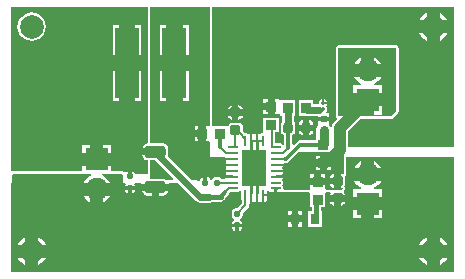
<source format=gtl>
G04*
G04 #@! TF.GenerationSoftware,Altium Limited,Altium Designer,19.1.6 (110)*
G04*
G04 Layer_Physical_Order=1*
G04 Layer_Color=255*
%FSLAX43Y43*%
%MOMM*%
G71*
G01*
G75*
%ADD10C,0.200*%
%ADD11C,0.600*%
%ADD12C,0.250*%
G04:AMPARAMS|DCode=32|XSize=0.9mm|YSize=0.8mm|CornerRadius=0.2mm|HoleSize=0mm|Usage=FLASHONLY|Rotation=0.000|XOffset=0mm|YOffset=0mm|HoleType=Round|Shape=RoundedRectangle|*
%AMROUNDEDRECTD32*
21,1,0.900,0.400,0,0,0.0*
21,1,0.500,0.800,0,0,0.0*
1,1,0.400,0.250,-0.200*
1,1,0.400,-0.250,-0.200*
1,1,0.400,-0.250,0.200*
1,1,0.400,0.250,0.200*
%
%ADD32ROUNDEDRECTD32*%
%ADD33R,0.850X0.900*%
G04:AMPARAMS|DCode=34|XSize=0.5mm|YSize=0.5mm|CornerRadius=0.125mm|HoleSize=0mm|Usage=FLASHONLY|Rotation=270.000|XOffset=0mm|YOffset=0mm|HoleType=Round|Shape=RoundedRectangle|*
%AMROUNDEDRECTD34*
21,1,0.500,0.250,0,0,270.0*
21,1,0.250,0.500,0,0,270.0*
1,1,0.250,-0.125,-0.125*
1,1,0.250,-0.125,0.125*
1,1,0.250,0.125,0.125*
1,1,0.250,0.125,-0.125*
%
%ADD34ROUNDEDRECTD34*%
%ADD35R,0.900X0.850*%
%ADD36R,0.550X0.550*%
G04:AMPARAMS|DCode=37|XSize=0.28mm|YSize=0.3mm|CornerRadius=0.07mm|HoleSize=0mm|Usage=FLASHONLY|Rotation=90.000|XOffset=0mm|YOffset=0mm|HoleType=Round|Shape=RoundedRectangle|*
%AMROUNDEDRECTD37*
21,1,0.280,0.160,0,0,90.0*
21,1,0.140,0.300,0,0,90.0*
1,1,0.140,0.080,0.070*
1,1,0.140,0.080,-0.070*
1,1,0.140,-0.080,-0.070*
1,1,0.140,-0.080,0.070*
%
%ADD37ROUNDEDRECTD37*%
G04:AMPARAMS|DCode=38|XSize=0.9mm|YSize=0.8mm|CornerRadius=0.2mm|HoleSize=0mm|Usage=FLASHONLY|Rotation=90.000|XOffset=0mm|YOffset=0mm|HoleType=Round|Shape=RoundedRectangle|*
%AMROUNDEDRECTD38*
21,1,0.900,0.400,0,0,90.0*
21,1,0.500,0.800,0,0,90.0*
1,1,0.400,0.200,0.250*
1,1,0.400,0.200,-0.250*
1,1,0.400,-0.200,-0.250*
1,1,0.400,-0.200,0.250*
%
%ADD38ROUNDEDRECTD38*%
%ADD39R,2.010X6.000*%
G04:AMPARAMS|DCode=40|XSize=0.5mm|YSize=0.5mm|CornerRadius=0.125mm|HoleSize=0mm|Usage=FLASHONLY|Rotation=0.000|XOffset=0mm|YOffset=0mm|HoleType=Round|Shape=RoundedRectangle|*
%AMROUNDEDRECTD40*
21,1,0.500,0.250,0,0,0.0*
21,1,0.250,0.500,0,0,0.0*
1,1,0.250,0.125,-0.125*
1,1,0.250,-0.125,-0.125*
1,1,0.250,-0.125,0.125*
1,1,0.250,0.125,0.125*
%
%ADD40ROUNDEDRECTD40*%
G04:AMPARAMS|DCode=41|XSize=1.8mm|YSize=1mm|CornerRadius=0.25mm|HoleSize=0mm|Usage=FLASHONLY|Rotation=180.000|XOffset=0mm|YOffset=0mm|HoleType=Round|Shape=RoundedRectangle|*
%AMROUNDEDRECTD41*
21,1,1.800,0.500,0,0,180.0*
21,1,1.300,1.000,0,0,180.0*
1,1,0.500,-0.650,0.250*
1,1,0.500,0.650,0.250*
1,1,0.500,0.650,-0.250*
1,1,0.500,-0.650,-0.250*
%
%ADD41ROUNDEDRECTD41*%
%ADD42R,0.800X0.950*%
%ADD43O,0.900X0.250*%
%ADD44O,0.250X0.900*%
%ADD45R,2.050X3.050*%
%ADD46C,0.400*%
%ADD47C,0.500*%
%ADD48C,0.300*%
%ADD49C,1.000*%
%ADD50C,0.800*%
%ADD51R,1.900X1.900*%
%ADD52C,1.900*%
%ADD53C,2.000*%
%ADD54C,0.600*%
G36*
X82855Y70307D02*
X82448Y69901D01*
X77953D01*
Y75667D01*
X77974Y75717D01*
X82855D01*
Y70307D01*
D02*
G37*
G36*
X87745Y67322D02*
X78786D01*
Y68638D01*
X79844Y69697D01*
X82448D01*
X82526Y69712D01*
X82593Y69757D01*
X82593Y69757D01*
X82999Y70163D01*
X82999Y70163D01*
X83043Y70229D01*
X83059Y70307D01*
Y75717D01*
X83043Y75795D01*
X82999Y75862D01*
X82933Y75906D01*
X82855Y75921D01*
X77974D01*
X77896Y75906D01*
X77829Y75862D01*
X77785Y75795D01*
X77785Y75795D01*
X77764Y75745D01*
X77764Y75745D01*
X77749Y75667D01*
Y69901D01*
X77764Y69823D01*
X77808Y69757D01*
X77817Y69667D01*
X77580Y69430D01*
X77468Y69284D01*
X77398Y69113D01*
X77389Y69045D01*
X77353Y69033D01*
X77258Y69029D01*
X77183Y69141D01*
Y69507D01*
X76708D01*
X76233D01*
Y69141D01*
X76143Y69006D01*
X76096Y68772D01*
Y68126D01*
X76033D01*
Y67858D01*
X74709D01*
X74572Y67830D01*
X74457Y67753D01*
X74197Y67494D01*
X74080Y67542D01*
Y68309D01*
X74211Y68397D01*
X74300Y68530D01*
X74331Y68686D01*
Y69186D01*
X74300Y69342D01*
X74211Y69474D01*
X74207Y69477D01*
Y69962D01*
X74297D01*
Y71262D01*
X73052D01*
X73047Y71262D01*
X72925Y71273D01*
Y71350D01*
X72575D01*
Y70725D01*
Y70100D01*
X72920D01*
X72925Y70100D01*
X73047Y70089D01*
Y69962D01*
X73188D01*
Y69404D01*
X73146Y69342D01*
X73115Y69186D01*
Y68686D01*
X73146Y68530D01*
X73234Y68397D01*
X73366Y68309D01*
Y67519D01*
X73239Y67480D01*
X73204Y67533D01*
X73096Y67605D01*
X72970Y67630D01*
X72620D01*
Y68550D01*
X72925D01*
Y69800D01*
X71625D01*
Y68628D01*
X71603Y68537D01*
X71523Y68490D01*
X71468Y68480D01*
X71360Y68408D01*
X71329D01*
X71221Y68480D01*
X71195Y68485D01*
Y67848D01*
X70995D01*
Y68485D01*
X70968Y68480D01*
X70860Y68408D01*
X70829D01*
X70721Y68480D01*
X70695Y68485D01*
Y67848D01*
X70495D01*
Y68485D01*
X70468Y68480D01*
X70360Y68408D01*
X70329D01*
X70221Y68480D01*
X70095Y68505D01*
X70054Y68497D01*
X69898Y68652D01*
Y68932D01*
X69867Y69088D01*
X69779Y69221D01*
X69646Y69309D01*
X69490Y69340D01*
X68990D01*
X68834Y69309D01*
X68702Y69221D01*
X68670Y69174D01*
X68595Y69078D01*
X67378D01*
X67258Y69168D01*
X67259Y69183D01*
X67258Y69191D01*
X67260Y69200D01*
Y79184D01*
X87745D01*
Y67322D01*
D02*
G37*
G36*
X78435Y65075D02*
X78323Y65015D01*
X78306Y65027D01*
X78165Y65055D01*
Y64450D01*
Y63845D01*
X78224Y63857D01*
X78324Y63795D01*
X78244Y63703D01*
X76983D01*
X76875Y63830D01*
Y64075D01*
X75575D01*
Y63830D01*
X75575Y63750D01*
X75467Y63703D01*
X73379Y63703D01*
X73301Y63798D01*
X73276Y63925D01*
X73260Y63949D01*
X73212Y64048D01*
X73260Y64148D01*
X73276Y64172D01*
X73301Y64298D01*
X73276Y64425D01*
X73204Y64533D01*
Y64564D01*
X73276Y64672D01*
X73281Y64698D01*
X72645D01*
Y64898D01*
X73281D01*
X73276Y64925D01*
X73260Y64949D01*
X73212Y65048D01*
X73260Y65148D01*
X73276Y65172D01*
X73281Y65198D01*
X72645D01*
Y65398D01*
X73281D01*
X73276Y65425D01*
X73204Y65533D01*
Y65564D01*
X73276Y65672D01*
X73281Y65698D01*
X72645D01*
Y65898D01*
X73350D01*
X73401Y65949D01*
X73436Y65942D01*
X73507D01*
X73643Y65969D01*
X73759Y66046D01*
X74566Y66853D01*
X78435Y66853D01*
Y65075D01*
D02*
G37*
G36*
X61823Y67614D02*
X61809D01*
X61633Y67579D01*
X61484Y67479D01*
X61385Y67331D01*
X61360Y67205D01*
X62459D01*
Y66605D01*
X61360D01*
X61385Y66479D01*
X61484Y66331D01*
X61633Y66231D01*
X61809Y66196D01*
X61823D01*
Y65049D01*
X60764D01*
X60756Y65090D01*
X60684Y65198D01*
X60577Y65269D01*
X60490Y65287D01*
Y64838D01*
X60160D01*
Y65287D01*
X60073Y65269D01*
X59966Y65198D01*
X59953Y65178D01*
X59789Y65162D01*
X59758Y65194D01*
X59692Y65238D01*
X59614Y65253D01*
X58756D01*
Y65699D01*
X57506D01*
X56256D01*
Y65253D01*
X50410D01*
X50407Y65253D01*
X50404Y65253D01*
X50382Y65248D01*
X50355Y65255D01*
X50272Y65315D01*
X50255Y65340D01*
Y79184D01*
X61823D01*
Y67614D01*
D02*
G37*
G36*
X67056Y69200D02*
X67045Y69078D01*
X66929Y69078D01*
X66720D01*
Y68428D01*
Y67778D01*
X67045D01*
X67056Y67655D01*
Y66497D01*
X68309D01*
X68330Y66483D01*
X68384Y66398D01*
X69045D01*
Y66198D01*
X68408D01*
X68413Y66172D01*
X68429Y66148D01*
X68478Y66048D01*
X68429Y65949D01*
X68413Y65925D01*
X68408Y65898D01*
X69045D01*
Y65698D01*
X68408D01*
X68413Y65672D01*
X68485Y65564D01*
Y65533D01*
X68413Y65425D01*
X68408Y65398D01*
X69045D01*
Y65198D01*
X68408D01*
X68413Y65172D01*
X68429Y65148D01*
X68478Y65048D01*
X68429Y64949D01*
X68413Y64925D01*
X68408Y64898D01*
X69045D01*
Y64698D01*
X68379D01*
X68317Y64605D01*
X68096D01*
X68059Y64659D01*
X67952Y64731D01*
X67825Y64756D01*
X67575D01*
X67448Y64731D01*
X67341Y64659D01*
X67269Y64552D01*
X67265Y64531D01*
X67135D01*
X67131Y64552D01*
X67059Y64659D01*
X66952Y64731D01*
X66929Y64736D01*
D01*
X66865Y64748D01*
Y64300D01*
X66535D01*
Y64748D01*
X66448Y64731D01*
X66341Y64659D01*
X66269Y64552D01*
X66267Y64541D01*
X66244Y64425D01*
Y64424D01*
X66117Y64389D01*
X65964Y64541D01*
X65543D01*
X63545Y66540D01*
X63567Y66655D01*
Y67155D01*
X63532Y67331D01*
X63433Y67479D01*
X63284Y67579D01*
X63109Y67614D01*
X62027D01*
Y79184D01*
X67056D01*
Y69200D01*
D02*
G37*
G36*
X63984Y64659D02*
X63935Y64541D01*
X63340D01*
X63284Y64579D01*
X63109Y64614D01*
X62027D01*
Y66196D01*
X62446D01*
X63984Y64659D01*
D02*
G37*
G36*
X87745Y62890D02*
Y56694D01*
X50255D01*
Y64299D01*
X50358D01*
X50322Y64957D01*
X50410Y65049D01*
X57048D01*
X57073Y64922D01*
X56876Y64840D01*
X56614Y64640D01*
X56414Y64379D01*
X56381Y64299D01*
X57506D01*
X58631D01*
X58598Y64379D01*
X58398Y64640D01*
X58136Y64840D01*
X57939Y64922D01*
X57964Y65049D01*
X59614D01*
X59792Y64872D01*
X59766Y64846D01*
Y64299D01*
X59893D01*
X59919Y64263D01*
X59949Y64172D01*
X59894Y64090D01*
X59877Y64003D01*
X60773D01*
X60756Y64090D01*
X60701Y64172D01*
X60731Y64263D01*
X60757Y64299D01*
X61278D01*
X61356Y64205D01*
X62459D01*
X63562D01*
X63639Y64299D01*
X64343D01*
X65910Y62733D01*
X66075Y62623D01*
X66270Y62584D01*
X67031D01*
X67226Y62623D01*
X67320Y62686D01*
X67996D01*
X68152Y62717D01*
X68284Y62805D01*
X68373Y62938D01*
X68380Y62973D01*
X68655Y63248D01*
X68732Y63363D01*
X68740Y63405D01*
X68802Y63467D01*
X69370D01*
X69496Y63492D01*
X69604Y63564D01*
X69644Y63624D01*
X69763Y63574D01*
X69763Y63573D01*
Y62923D01*
X69788Y62797D01*
X69789Y62796D01*
Y62492D01*
X69417Y62120D01*
X69268D01*
X69141Y62094D01*
X69033Y62023D01*
X68962Y61915D01*
X68936Y61788D01*
Y61538D01*
X68962Y61411D01*
X69033Y61304D01*
X69141Y61232D01*
X69162Y61228D01*
Y61098D01*
X69141Y61094D01*
X69033Y61023D01*
X68962Y60915D01*
X68944Y60828D01*
X69841D01*
X69824Y60915D01*
X69752Y61023D01*
X69645Y61094D01*
X69624Y61098D01*
Y61228D01*
X69645Y61232D01*
X69752Y61304D01*
X69824Y61411D01*
X69849Y61538D01*
Y61687D01*
X70311Y62149D01*
X70311Y62149D01*
X70377Y62248D01*
X70400Y62365D01*
Y62521D01*
X70495Y62584D01*
Y63248D01*
X70695D01*
Y62612D01*
X70721Y62617D01*
X70829Y62689D01*
X70860D01*
X70968Y62617D01*
X70995Y62612D01*
Y63248D01*
X71195D01*
Y62612D01*
X71221Y62617D01*
X71329Y62689D01*
X71360D01*
X71468Y62617D01*
X71495Y62612D01*
Y63248D01*
X71595D01*
Y63348D01*
X71926D01*
Y63573D01*
X71926Y63574D01*
X72045Y63624D01*
X72085Y63564D01*
X72193Y63492D01*
X72320Y63467D01*
X72545D01*
Y63798D01*
X72745D01*
Y63467D01*
X72970D01*
X73096Y63492D01*
X73121Y63509D01*
X73224Y63554D01*
X73283Y63523D01*
X73293Y63520D01*
X73301Y63515D01*
X73330Y63509D01*
X73359Y63500D01*
X73369Y63501D01*
X73379Y63499D01*
X75467Y63499D01*
X75469Y63500D01*
X75478Y63493D01*
X75554Y63428D01*
X75574Y63394D01*
X75575Y63392D01*
Y62200D01*
X75692D01*
Y61925D01*
X75375D01*
Y60575D01*
X76575D01*
Y61925D01*
X76508D01*
Y62200D01*
X76875D01*
Y63393D01*
X76890Y63422D01*
X76932Y63466D01*
X76981Y63500D01*
X76983Y63499D01*
X77250D01*
X77317Y63372D01*
X77273Y63306D01*
X77255Y63215D01*
X77900D01*
X78545D01*
X78527Y63306D01*
X78438Y63438D01*
X78438Y63439D01*
X78422Y63477D01*
X78423Y63501D01*
X78425Y63600D01*
X78478Y63661D01*
X78486Y63675D01*
X78497Y63687D01*
X78506Y63709D01*
D01*
X78518Y63730D01*
X78520Y63746D01*
X78525Y63761D01*
X78525Y63785D01*
X78528Y63809D01*
X78523Y63825D01*
X78523Y63841D01*
X78513Y63863D01*
X78508Y63881D01*
X78507Y63886D01*
X78497Y63899D01*
X78490Y63913D01*
X78473Y63930D01*
X78458Y63949D01*
X78508Y64066D01*
X78527Y64094D01*
X78558Y64250D01*
Y64299D01*
Y64650D01*
X78527Y64806D01*
X78579Y64931D01*
X78585Y64939D01*
X78593Y64946D01*
X78607Y64972D01*
X78624Y64997D01*
X78626Y65007D01*
X78630Y65016D01*
X78633Y65046D01*
X78639Y65075D01*
Y66421D01*
X87745Y66421D01*
Y62890D01*
D02*
G37*
%LPC*%
G36*
X80991Y74918D02*
Y74342D01*
X81567D01*
X81533Y74423D01*
X81333Y74684D01*
X81072Y74884D01*
X80991Y74918D01*
D02*
G37*
G36*
X79891Y74918D02*
X79811Y74884D01*
X79550Y74684D01*
X79350Y74423D01*
X79316Y74342D01*
X79891D01*
Y74918D01*
D02*
G37*
G36*
X81567Y73242D02*
X80441D01*
X79316D01*
X79350Y73162D01*
X79550Y72901D01*
X79811Y72701D01*
X79886Y72669D01*
X79861Y72542D01*
X79191D01*
Y71842D01*
X80441D01*
X81691D01*
Y72542D01*
X81022D01*
X80997Y72669D01*
X81072Y72701D01*
X81333Y72901D01*
X81533Y73162D01*
X81567Y73242D01*
D02*
G37*
G36*
X81691Y70742D02*
X80991D01*
Y70042D01*
X81691D01*
Y70742D01*
D02*
G37*
G36*
X79891D02*
X79191D01*
Y70042D01*
X79891D01*
Y70742D01*
D02*
G37*
G36*
X86550Y78679D02*
Y78050D01*
X87179D01*
X87136Y78156D01*
X86927Y78427D01*
X86656Y78636D01*
X86550Y78679D01*
D02*
G37*
G36*
X85450D02*
X85344Y78636D01*
X85073Y78427D01*
X84864Y78156D01*
X84821Y78050D01*
X85450D01*
Y78679D01*
D02*
G37*
G36*
X87179Y76950D02*
X86550D01*
Y76321D01*
X86656Y76364D01*
X86927Y76573D01*
X87136Y76844D01*
X87179Y76950D01*
D02*
G37*
G36*
X85450D02*
X84821D01*
X84864Y76844D01*
X85073Y76573D01*
X85344Y76364D01*
X85450Y76321D01*
Y76950D01*
D02*
G37*
G36*
X76757Y71382D02*
Y71140D01*
X77007D01*
X76992Y71216D01*
X76932Y71305D01*
X76843Y71365D01*
X76757Y71382D01*
D02*
G37*
G36*
X71975Y71350D02*
X71625D01*
Y71025D01*
X71975D01*
Y71350D01*
D02*
G37*
G36*
X76557Y71382D02*
X76472Y71365D01*
X76383Y71305D01*
X76323Y71216D01*
X76302Y71110D01*
Y71078D01*
X76295Y70970D01*
X76180Y70957D01*
X75847D01*
Y71262D01*
X74597D01*
Y69962D01*
X75264D01*
X75387Y69937D01*
X76233D01*
Y69837D01*
X76708D01*
X77183D01*
Y70147D01*
X77007D01*
X76986Y70175D01*
X76951Y70274D01*
X76992Y70335D01*
X77012Y70440D01*
Y70580D01*
X76992Y70686D01*
X76932Y70775D01*
Y70776D01*
X76992Y70865D01*
X77007Y70940D01*
X76657D01*
Y71040D01*
X76557D01*
Y71382D01*
D02*
G37*
G36*
X69505Y70837D02*
Y70497D01*
X69885D01*
X69867Y70588D01*
X69779Y70721D01*
X69646Y70809D01*
X69505Y70837D01*
D02*
G37*
G36*
X68975D02*
X68834Y70809D01*
X68702Y70721D01*
X68613Y70588D01*
X68595Y70497D01*
X68975D01*
Y70837D01*
D02*
G37*
G36*
X71975Y70425D02*
X71625D01*
Y70100D01*
X71975D01*
Y70425D01*
D02*
G37*
G36*
X69885Y69967D02*
X69505D01*
Y69628D01*
X69646Y69656D01*
X69779Y69744D01*
X69867Y69876D01*
X69885Y69967D01*
D02*
G37*
G36*
X68975D02*
X68595D01*
X68613Y69876D01*
X68702Y69744D01*
X68834Y69656D01*
X68975Y69628D01*
Y69967D01*
D02*
G37*
G36*
X75488Y69581D02*
Y69201D01*
X75828D01*
X75800Y69342D01*
X75711Y69474D01*
X75579Y69563D01*
X75488Y69581D01*
D02*
G37*
G36*
X74958D02*
X74867Y69563D01*
X74734Y69474D01*
X74646Y69342D01*
X74618Y69201D01*
X74958D01*
Y69581D01*
D02*
G37*
G36*
X75828Y68671D02*
X75488D01*
Y68291D01*
X75579Y68309D01*
X75711Y68397D01*
X75800Y68530D01*
X75828Y68671D01*
D02*
G37*
G36*
X74958D02*
X74618D01*
X74646Y68530D01*
X74734Y68397D01*
X74867Y68309D01*
X74958Y68291D01*
Y68671D01*
D02*
G37*
G36*
X77333Y66576D02*
X76983D01*
Y66251D01*
X77333D01*
Y66576D01*
D02*
G37*
G36*
X76383D02*
X76033D01*
Y66251D01*
X76383D01*
Y66576D01*
D02*
G37*
G36*
X77333Y65651D02*
X76983D01*
Y65326D01*
X77333D01*
Y65651D01*
D02*
G37*
G36*
X76383D02*
X76033D01*
Y65326D01*
X76383D01*
Y65651D01*
D02*
G37*
G36*
X77635Y65055D02*
X77494Y65027D01*
X77361Y64938D01*
X77273Y64806D01*
X77255Y64715D01*
X77635D01*
Y65055D01*
D02*
G37*
G36*
X76875Y65000D02*
X76525D01*
Y64675D01*
X76875D01*
Y65000D01*
D02*
G37*
G36*
X75925D02*
X75575D01*
Y64675D01*
X75925D01*
Y65000D01*
D02*
G37*
G36*
X77635Y64185D02*
X77255D01*
X77273Y64094D01*
X77361Y63962D01*
X77494Y63873D01*
X77635Y63845D01*
Y64185D01*
D02*
G37*
G36*
X52000Y78710D02*
X51687Y78669D01*
X51395Y78548D01*
X51144Y78356D01*
X50952Y78105D01*
X50831Y77813D01*
X50790Y77500D01*
X50831Y77187D01*
X50952Y76895D01*
X51144Y76644D01*
X51395Y76452D01*
X51687Y76331D01*
X52000Y76290D01*
X52313Y76331D01*
X52605Y76452D01*
X52856Y76644D01*
X53048Y76895D01*
X53169Y77187D01*
X53210Y77500D01*
X53169Y77813D01*
X53048Y78105D01*
X52856Y78356D01*
X52605Y78548D01*
X52313Y78669D01*
X52000Y78710D01*
D02*
G37*
G36*
X61276Y77622D02*
X60771D01*
Y75122D01*
X61276D01*
Y77622D01*
D02*
G37*
G36*
X59371D02*
X58866D01*
Y75122D01*
X59371D01*
Y77622D01*
D02*
G37*
G36*
X61276Y73722D02*
X60771D01*
Y71222D01*
X61276D01*
Y73722D01*
D02*
G37*
G36*
X59371D02*
X58866D01*
Y71222D01*
X59371D01*
Y73722D01*
D02*
G37*
G36*
X58756Y67499D02*
X58056D01*
Y66799D01*
X58756D01*
Y67499D01*
D02*
G37*
G36*
X56956D02*
X56256D01*
Y66799D01*
X56956D01*
Y67499D01*
D02*
G37*
G36*
X65289Y77622D02*
X64784D01*
Y75122D01*
X65289D01*
Y77622D01*
D02*
G37*
G36*
X63384D02*
X62879D01*
Y75122D01*
X63384D01*
Y77622D01*
D02*
G37*
G36*
X65289Y73722D02*
X64784D01*
Y71222D01*
X65289D01*
Y73722D01*
D02*
G37*
G36*
X63384D02*
X62879D01*
Y71222D01*
X63384D01*
Y73722D01*
D02*
G37*
G36*
X66120Y69078D02*
X65795D01*
Y68728D01*
X66120D01*
Y69078D01*
D02*
G37*
G36*
Y68128D02*
X65795D01*
Y67778D01*
X66120D01*
Y68128D01*
D02*
G37*
G36*
X80991Y66129D02*
Y65554D01*
X81567D01*
X81533Y65634D01*
X81333Y65896D01*
X81072Y66096D01*
X80991Y66129D01*
D02*
G37*
G36*
X79891Y66129D02*
X79811Y66096D01*
X79550Y65896D01*
X79350Y65634D01*
X79316Y65554D01*
X79891D01*
Y66129D01*
D02*
G37*
G36*
X60773Y63673D02*
X60490D01*
Y63390D01*
X60577Y63407D01*
X60684Y63479D01*
X60756Y63586D01*
X60773Y63673D01*
D02*
G37*
G36*
X60160D02*
X59877D01*
X59894Y63586D01*
X59966Y63479D01*
X60073Y63407D01*
X60160Y63390D01*
Y63673D01*
D02*
G37*
G36*
X63557Y63605D02*
X62759D01*
Y63196D01*
X63109D01*
X63284Y63231D01*
X63433Y63331D01*
X63532Y63479D01*
X63557Y63605D01*
D02*
G37*
G36*
X62159D02*
X61360D01*
X61385Y63479D01*
X61484Y63331D01*
X61633Y63231D01*
X61809Y63196D01*
X62159D01*
Y63605D01*
D02*
G37*
G36*
X81567Y64454D02*
X80441D01*
X79316D01*
X79350Y64374D01*
X79407Y64299D01*
X79494Y64185D01*
X79550Y64112D01*
X79811Y63912D01*
X79886Y63881D01*
X79861Y63754D01*
X79191D01*
Y63054D01*
X80441D01*
X81691D01*
Y63754D01*
X81022D01*
X80997Y63881D01*
X81072Y63912D01*
X81333Y64112D01*
X81379Y64172D01*
X81533Y64374D01*
X81567Y64454D01*
D02*
G37*
G36*
X56956Y63199D02*
X56381D01*
X56414Y63118D01*
X56614Y62857D01*
X56876Y62657D01*
X56956Y62623D01*
Y63199D01*
D02*
G37*
G36*
X58631D02*
X58056D01*
Y62623D01*
X58136Y62657D01*
X58398Y62857D01*
X58598Y63118D01*
X58631Y63199D01*
D02*
G37*
G36*
X71926Y63148D02*
X71695D01*
Y62612D01*
X71721Y62617D01*
X71829Y62689D01*
X71901Y62797D01*
X71926Y62923D01*
Y63148D01*
D02*
G37*
G36*
X78545Y62685D02*
X78165D01*
Y62345D01*
X78306Y62373D01*
X78438Y62462D01*
X78527Y62594D01*
X78545Y62685D01*
D02*
G37*
G36*
X77635D02*
X77255D01*
X77273Y62594D01*
X77362Y62462D01*
X77494Y62373D01*
X77635Y62345D01*
Y62685D01*
D02*
G37*
G36*
X74925Y61925D02*
X74590D01*
Y61515D01*
X74925D01*
Y61925D01*
D02*
G37*
G36*
X74060D02*
X73725D01*
Y61515D01*
X74060D01*
Y61925D01*
D02*
G37*
G36*
X81691Y61954D02*
X80991D01*
Y61254D01*
X81691D01*
Y61954D01*
D02*
G37*
G36*
X79891D02*
X79191D01*
Y61254D01*
X79891D01*
Y61954D01*
D02*
G37*
G36*
X74925Y60985D02*
X74590D01*
Y60575D01*
X74925D01*
Y60985D01*
D02*
G37*
G36*
X74060D02*
X73725D01*
Y60575D01*
X74060D01*
Y60985D01*
D02*
G37*
G36*
X69841Y60498D02*
X69558D01*
Y60215D01*
X69645Y60232D01*
X69752Y60304D01*
X69824Y60411D01*
X69841Y60498D01*
D02*
G37*
G36*
X69228D02*
X68944D01*
X68962Y60411D01*
X69033Y60304D01*
X69141Y60232D01*
X69228Y60215D01*
Y60498D01*
D02*
G37*
G36*
X86550Y59679D02*
Y59050D01*
X87179D01*
X87136Y59156D01*
X86927Y59427D01*
X86656Y59636D01*
X86550Y59679D01*
D02*
G37*
G36*
X85450D02*
X85344Y59636D01*
X85073Y59427D01*
X84864Y59156D01*
X84821Y59050D01*
X85450D01*
Y59679D01*
D02*
G37*
G36*
X52550D02*
Y59050D01*
X53179D01*
X53136Y59156D01*
X52927Y59427D01*
X52656Y59636D01*
X52550Y59679D01*
D02*
G37*
G36*
X51450D02*
X51344Y59636D01*
X51073Y59427D01*
X50864Y59156D01*
X50821Y59050D01*
X51450D01*
Y59679D01*
D02*
G37*
G36*
X53179Y57950D02*
X52550D01*
Y57321D01*
X52656Y57364D01*
X52927Y57573D01*
X53136Y57844D01*
X53179Y57950D01*
D02*
G37*
G36*
X51450D02*
X50821D01*
X50864Y57844D01*
X51073Y57573D01*
X51344Y57364D01*
X51450Y57321D01*
Y57950D01*
D02*
G37*
G36*
X87179D02*
X86550D01*
Y57321D01*
X86656Y57364D01*
X86927Y57573D01*
X87136Y57844D01*
X87179Y57950D01*
D02*
G37*
G36*
X85450D02*
X84821D01*
X84864Y57844D01*
X85073Y57573D01*
X85344Y57364D01*
X85450Y57321D01*
Y57950D01*
D02*
G37*
%LPD*%
D10*
X71095Y67848D02*
X71595D01*
X70595D02*
X71095D01*
X71585Y67858D02*
X71595Y67848D01*
X72181Y69406D02*
X72194D01*
X72645Y66298D02*
X73436D01*
X72495D02*
X72645D01*
X72504Y66808D02*
X73297D01*
X73723Y67233D01*
X69175Y64299D02*
X69185Y64289D01*
X67701Y64299D02*
X69175D01*
X67700Y64300D02*
X67701Y64299D01*
X70095Y62365D02*
Y63398D01*
X69393Y61663D02*
X70095Y62365D01*
X68701Y63798D02*
X69195D01*
X68402Y63500D02*
X68701Y63798D01*
X72194Y69406D02*
X72275Y69325D01*
X72314Y67322D02*
Y69200D01*
Y67322D02*
X72337Y67298D01*
X72495D01*
X69185Y64289D02*
X69195Y64298D01*
X69240Y68732D02*
X69479Y68494D01*
X69624D01*
X70095Y68023D01*
Y67698D02*
Y68023D01*
X68482Y66798D02*
X69195D01*
X67970Y67310D02*
X68482Y66798D01*
X69240Y67322D02*
Y68732D01*
X69217Y67298D02*
X69240Y67322D01*
X69195Y67298D02*
X69217D01*
X72495Y66798D02*
X72504Y66808D01*
X72797Y63798D02*
X72820Y63775D01*
X72495Y63798D02*
X72797D01*
X76294Y70447D02*
X76317Y70470D01*
X76617D01*
X76657Y70510D01*
D11*
X66270Y63094D02*
X67031D01*
X75387Y70447D02*
X76294D01*
X75372Y70462D02*
X75387Y70447D01*
X75347Y70462D02*
X75372D01*
X75222Y70587D02*
X75347Y70462D01*
X75222Y70587D02*
Y70612D01*
X73672D02*
X73698Y70587D01*
Y68961D02*
Y70587D01*
Y68961D02*
X73723Y68936D01*
X62459Y66905D02*
X66270Y63094D01*
D12*
X71095Y63398D02*
Y64147D01*
X70595Y63398D02*
Y64147D01*
Y66949D02*
Y67698D01*
X71095Y66822D02*
Y67698D01*
D32*
X69240Y70232D02*
D03*
X69240Y68732D02*
D03*
X77900Y64450D02*
D03*
X77900Y62950D02*
D03*
D33*
X67970Y68428D02*
D03*
X66420D02*
D03*
X75222Y70612D02*
D03*
X73672D02*
D03*
D34*
X66700Y64300D02*
D03*
X67700D02*
D03*
D35*
X72275Y69175D02*
D03*
Y70725D02*
D03*
X76683Y67501D02*
D03*
Y65951D02*
D03*
X76225Y62825D02*
D03*
Y64375D02*
D03*
D36*
X76708Y69672D02*
D03*
Y68772D02*
D03*
D37*
X76657Y71040D02*
D03*
Y70510D02*
D03*
D38*
X75223Y68936D02*
D03*
X73723Y68936D02*
D03*
D39*
X64084Y74422D02*
D03*
X60071D02*
D03*
D40*
X60325Y64838D02*
D03*
Y63838D02*
D03*
X69393Y61663D02*
D03*
Y60663D02*
D03*
D41*
X62459Y66905D02*
D03*
Y63905D02*
D03*
D42*
X74325Y61250D02*
D03*
X75975D02*
D03*
D43*
X69045Y67298D02*
D03*
Y66798D02*
D03*
Y66298D02*
D03*
Y65798D02*
D03*
Y65298D02*
D03*
Y64798D02*
D03*
Y64298D02*
D03*
Y63798D02*
D03*
X72645D02*
D03*
Y64298D02*
D03*
Y64798D02*
D03*
Y65298D02*
D03*
Y65798D02*
D03*
Y66298D02*
D03*
Y66798D02*
D03*
Y67298D02*
D03*
D44*
X70095Y63248D02*
D03*
X70595D02*
D03*
X71095D02*
D03*
X71595D02*
D03*
Y67848D02*
D03*
X71095D02*
D03*
X70595D02*
D03*
X70095D02*
D03*
D45*
X70845Y65548D02*
D03*
D46*
X76100Y62612D02*
X76281Y62794D01*
X76100Y61375D02*
Y62612D01*
X75975Y61250D02*
X76100Y61375D01*
X67031Y63094D02*
X67996D01*
D47*
X76125Y62650D02*
X76300Y62825D01*
X76281Y62794D02*
X76300Y62813D01*
X62459Y63905D02*
X62859D01*
X63109Y63655D01*
D48*
X73507Y66298D02*
X74709Y67501D01*
X73436Y66298D02*
X73507D01*
X73723Y67233D02*
Y68936D01*
X74709Y67501D02*
X76683D01*
X67996Y63094D02*
X68402Y63500D01*
X67970Y67310D02*
Y68428D01*
D49*
X77140Y66091D02*
X78080Y67031D01*
Y68931D01*
X80441Y71292D01*
D50*
X76708Y67526D02*
Y68772D01*
X76683Y67501D02*
X76708Y67526D01*
X76683Y67501D02*
X76683D01*
D51*
X57506Y66249D02*
D03*
X80441Y62504D02*
D03*
Y71292D02*
D03*
D52*
X57506Y63749D02*
D03*
X80441Y65004D02*
D03*
Y73792D02*
D03*
D53*
X52000Y58500D02*
D03*
X86000D02*
D03*
Y77500D02*
D03*
X52000D02*
D03*
D54*
X65000Y60000D02*
D03*
X63000D02*
D03*
X61000Y62500D02*
D03*
X68000Y60000D02*
D03*
X78000D02*
D03*
X72000D02*
D03*
X61000D02*
D03*
X59000D02*
D03*
X57000D02*
D03*
X55000D02*
D03*
X84000Y58000D02*
D03*
X72000D02*
D03*
X74000D02*
D03*
X76000D02*
D03*
X78000D02*
D03*
X80000D02*
D03*
X82000D02*
D03*
X54000D02*
D03*
X56000D02*
D03*
X58000D02*
D03*
X60000D02*
D03*
X62000D02*
D03*
X64000D02*
D03*
X66000D02*
D03*
X68000D02*
D03*
X70000D02*
D03*
X76000Y72000D02*
D03*
X74000D02*
D03*
X72000D02*
D03*
X70000D02*
D03*
X68000D02*
D03*
Y74000D02*
D03*
X70000D02*
D03*
X72000D02*
D03*
X74000D02*
D03*
X76000D02*
D03*
Y76000D02*
D03*
X74000D02*
D03*
X72000D02*
D03*
X70000D02*
D03*
X68000D02*
D03*
X84000Y78000D02*
D03*
X82000D02*
D03*
X80000D02*
D03*
X78000D02*
D03*
X76000D02*
D03*
X74000D02*
D03*
X72000D02*
D03*
X70000D02*
D03*
X68000D02*
D03*
X71425Y64541D02*
D03*
X71450Y65608D02*
D03*
X70256Y64567D02*
D03*
Y65634D02*
D03*
X71450Y66650D02*
D03*
X70282Y66624D02*
D03*
M02*

</source>
